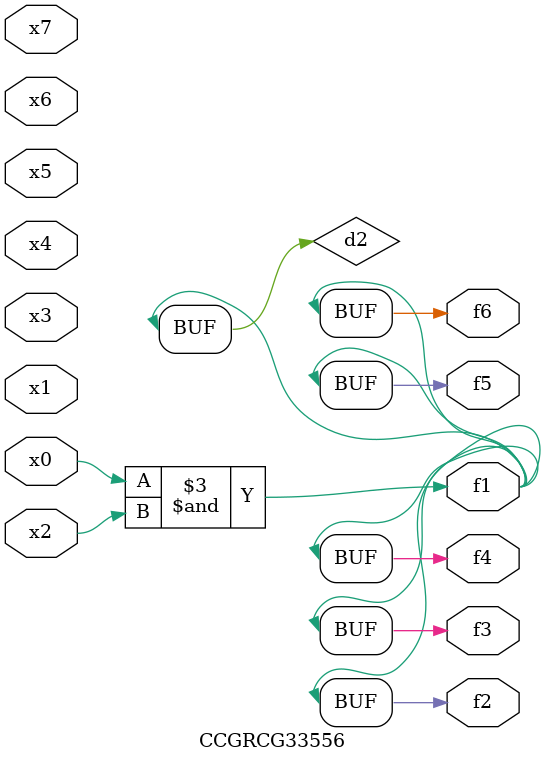
<source format=v>
module CCGRCG33556(
	input x0, x1, x2, x3, x4, x5, x6, x7,
	output f1, f2, f3, f4, f5, f6
);

	wire d1, d2;

	nor (d1, x3, x6);
	and (d2, x0, x2);
	assign f1 = d2;
	assign f2 = d2;
	assign f3 = d2;
	assign f4 = d2;
	assign f5 = d2;
	assign f6 = d2;
endmodule

</source>
